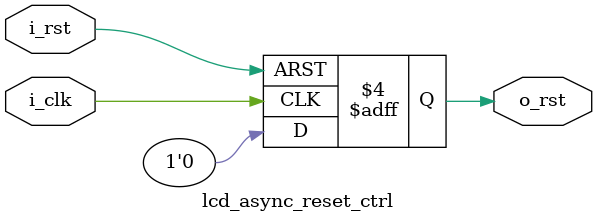
<source format=v>
`timescale 1ns / 1ps
`default_nettype none



module lcd_async_reset_ctrl(
    input  wire i_clk,      // clock
    input  wire i_rst,      // reset (active high)
    output reg  o_rst       // output reset
    );
   

    (* ASYNC_REG = "TRUE" *) reg [1:0] rst_shf;  // reset shift reg

    initial o_rst = 1'b1;       // start off with reset asserted
    initial rst_shf = 2'b11;    //  and reset shift reg populated

    always @(posedge i_clk or posedge i_rst)
    if (i_rst)
        {o_rst, rst_shf} <= 3'b111;
    else
       // {o_rst, rst_shf} <= {rst_shf, 1'b0};
        {o_rst, rst_shf} <= 3'b000;
endmodule

</source>
